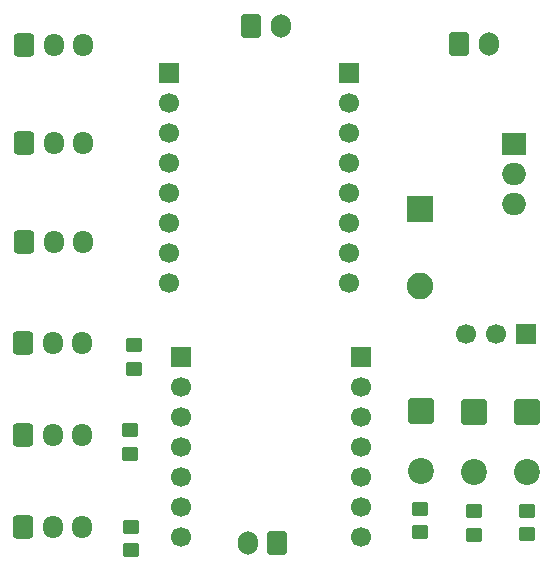
<source format=gbr>
%TF.GenerationSoftware,KiCad,Pcbnew,9.0.4*%
%TF.CreationDate,2025-09-18T17:41:51-06:00*%
%TF.ProjectId,sumo_bueno,73756d6f-5f62-4756-956e-6f2e6b696361,rev?*%
%TF.SameCoordinates,Original*%
%TF.FileFunction,Soldermask,Bot*%
%TF.FilePolarity,Negative*%
%FSLAX46Y46*%
G04 Gerber Fmt 4.6, Leading zero omitted, Abs format (unit mm)*
G04 Created by KiCad (PCBNEW 9.0.4) date 2025-09-18 17:41:51*
%MOMM*%
%LPD*%
G01*
G04 APERTURE LIST*
G04 Aperture macros list*
%AMRoundRect*
0 Rectangle with rounded corners*
0 $1 Rounding radius*
0 $2 $3 $4 $5 $6 $7 $8 $9 X,Y pos of 4 corners*
0 Add a 4 corners polygon primitive as box body*
4,1,4,$2,$3,$4,$5,$6,$7,$8,$9,$2,$3,0*
0 Add four circle primitives for the rounded corners*
1,1,$1+$1,$2,$3*
1,1,$1+$1,$4,$5*
1,1,$1+$1,$6,$7*
1,1,$1+$1,$8,$9*
0 Add four rect primitives between the rounded corners*
20,1,$1+$1,$2,$3,$4,$5,0*
20,1,$1+$1,$4,$5,$6,$7,0*
20,1,$1+$1,$6,$7,$8,$9,0*
20,1,$1+$1,$8,$9,$2,$3,0*%
G04 Aperture macros list end*
%ADD10R,1.700000X1.700000*%
%ADD11C,1.700000*%
%ADD12RoundRect,0.249999X-0.850001X0.850001X-0.850001X-0.850001X0.850001X-0.850001X0.850001X0.850001X0*%
%ADD13C,2.200000*%
%ADD14RoundRect,0.250000X-0.600000X-0.725000X0.600000X-0.725000X0.600000X0.725000X-0.600000X0.725000X0*%
%ADD15O,1.700000X1.950000*%
%ADD16RoundRect,0.250000X-0.600000X-0.750000X0.600000X-0.750000X0.600000X0.750000X-0.600000X0.750000X0*%
%ADD17O,1.700000X2.000000*%
%ADD18R,2.250000X2.250000*%
%ADD19C,2.250000*%
%ADD20R,2.000000X1.905000*%
%ADD21O,2.000000X1.905000*%
%ADD22RoundRect,0.250000X0.450000X-0.350000X0.450000X0.350000X-0.450000X0.350000X-0.450000X-0.350000X0*%
%ADD23RoundRect,0.250000X0.600000X0.750000X-0.600000X0.750000X-0.600000X-0.750000X0.600000X-0.750000X0*%
G04 APERTURE END LIST*
D10*
%TO.C,S7*%
X237460000Y-84800000D03*
D11*
X234920000Y-84800000D03*
X232380000Y-84800000D03*
%TD*%
D12*
%TO.C,D3*%
X237580000Y-91420000D03*
D13*
X237580000Y-96500000D03*
%TD*%
D14*
%TO.C,S4*%
X194970000Y-77010000D03*
D15*
X197470000Y-77010000D03*
X199970000Y-77010000D03*
%TD*%
D16*
%TO.C,Source1*%
X231810000Y-60220000D03*
D17*
X234310000Y-60220000D03*
%TD*%
D14*
%TO.C,S1*%
X194900000Y-85560000D03*
D15*
X197400000Y-85560000D03*
X199900000Y-85560000D03*
%TD*%
D10*
%TO.C,J3*%
X207280000Y-62740000D03*
D11*
X207280000Y-65280000D03*
X207280000Y-67820000D03*
X207280000Y-70360000D03*
X207280000Y-72900000D03*
X207280000Y-75440000D03*
X207280000Y-77980000D03*
X207280000Y-80520000D03*
%TD*%
D14*
%TO.C,S3*%
X194900000Y-101160000D03*
D15*
X197400000Y-101160000D03*
X199900000Y-101160000D03*
%TD*%
D10*
%TO.C,J4*%
X222520000Y-62750000D03*
D11*
X222520000Y-65290000D03*
X222520000Y-67830000D03*
X222520000Y-70370000D03*
X222520000Y-72910000D03*
X222520000Y-75450000D03*
X222520000Y-77990000D03*
X222520000Y-80530000D03*
%TD*%
D18*
%TO.C,SW1*%
X228470000Y-74260000D03*
D19*
X228470000Y-80760000D03*
%TD*%
D20*
%TO.C,U2*%
X236460000Y-68700000D03*
D21*
X236460000Y-71240000D03*
X236460000Y-73780000D03*
%TD*%
D12*
%TO.C,D1*%
X228570000Y-91360000D03*
D13*
X228570000Y-96440000D03*
%TD*%
D10*
%TO.C,J2*%
X223520000Y-86730000D03*
D11*
X223520000Y-89270000D03*
X223520000Y-91810000D03*
X223520000Y-94350000D03*
X223520000Y-96890000D03*
X223520000Y-99430000D03*
X223520000Y-101970000D03*
%TD*%
D14*
%TO.C,S6*%
X194970000Y-60350000D03*
D15*
X197470000Y-60350000D03*
X199970000Y-60350000D03*
%TD*%
D14*
%TO.C,S2*%
X194900000Y-93360000D03*
D15*
X197400000Y-93360000D03*
X199900000Y-93360000D03*
%TD*%
D12*
%TO.C,D2*%
X233050000Y-91420000D03*
D13*
X233050000Y-96500000D03*
%TD*%
D10*
%TO.C,J1*%
X208280000Y-86730000D03*
D11*
X208280000Y-89270000D03*
X208280000Y-91810000D03*
X208280000Y-94350000D03*
X208280000Y-96890000D03*
X208280000Y-99430000D03*
X208280000Y-101970000D03*
%TD*%
D14*
%TO.C,S5*%
X194970000Y-68660000D03*
D15*
X197470000Y-68660000D03*
X199970000Y-68660000D03*
%TD*%
D16*
%TO.C,MotoA1*%
X214190000Y-58700000D03*
D17*
X216690000Y-58700000D03*
%TD*%
D22*
%TO.C,R4*%
X228460000Y-101590000D03*
X228460000Y-99590000D03*
%TD*%
%TO.C,R5*%
X204020000Y-103130000D03*
X204020000Y-101130000D03*
%TD*%
%TO.C,R1*%
X204270000Y-87760000D03*
X204270000Y-85760000D03*
%TD*%
%TO.C,R6*%
X237570000Y-101760000D03*
X237570000Y-99760000D03*
%TD*%
%TO.C,R3*%
X203920000Y-94980000D03*
X203920000Y-92980000D03*
%TD*%
D23*
%TO.C,MotorB1*%
X216410000Y-102480000D03*
D17*
X213910000Y-102480000D03*
%TD*%
D22*
%TO.C,R2*%
X233070000Y-101810000D03*
X233070000Y-99810000D03*
%TD*%
M02*

</source>
